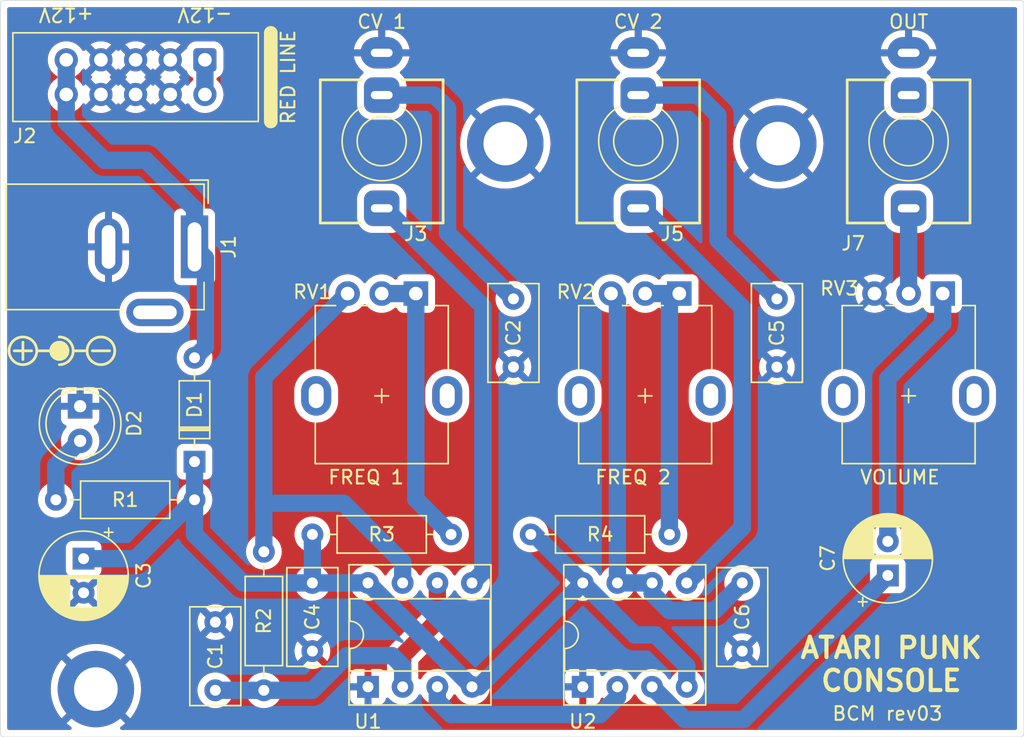
<source format=kicad_pcb>
(kicad_pcb (version 20211014) (generator pcbnew)
  (title_block (title "Atari Punk Console") (date "2022-11-02") (rev "r03"))
  (layers (0 "F.Cu" signal) (31 "B.Cu" signal) (36 "B.SilkS" user "B.Silkscreen") (37 "F.SilkS" user "F.Silkscreen") (38 "B.Mask" user) (39 "F.Mask" user) (44 "Edge.Cuts" user))
  (net 0 "")
  (net 1 "Net-(C1-Pad1)")
  (net 2 "GND")
  (net 3 "VCC")
  (net 4 "Net-(C5-Pad1)")
  (net 5 "Net-(C6-Pad1)")
  (net 6 "Net-(D1-Pad2)")
  (net 7 "Net-(D2-Pad2)")
  (net 8 "unconnected-(J2-Pad1)")
  (net 9 "Net-(C2-Pad1)")
  (net 10 "Net-(C7-Pad1)")
  (net 11 "Net-(R4-Pad2)")
  (net 12 "Net-(J5-PadT)")
  (net 13 "Net-(J3-PadT)")
  (net 14 "Net-(U1-Pad3)")
  (net 15 "Net-(R2-Pad2)")
  (net 16 "Net-(C7-Pad2)")
  (net 17 "Net-(J7-PadT)")
  (net 20 "Net-(R3-Pad2)")
  (footprint "rumblesan-standard-parts:C_Rect_L7.0mm_W3.5mm_P5.00mm" (layer "F.Cu") (at 133.096 56.388 -90)
    (fp_text reference "C2" (at 2.5 0 -90) (layer "F.SilkS"))
    (fp_text value "100nF")
    (pad "1" thru_hole circle (at 0 0 270) (size 1.6 1.6) (drill 0.8) (layers *.Cu *.Mask) (net 9 "Net-(C2-Pad1)"))
    (pad "2" thru_hole circle (at 5 0 270) (size 1.6 1.6) (drill 0.8) (layers *.Cu *.Mask) (net 2 "GND"))
  )
  (footprint "LED_THT:LED_D5.0mm" (layer "F.Cu") (at 101.346 64.262 -90)
    (fp_text reference "D2" (at 1.27 -3.96 90) (layer "F.SilkS"))
    (fp_text value "LED")
    (pad "1" thru_hole rect locked (at 0 0 270) (size 1.8 1.8) (drill 0.9) (layers *.Cu *.Mask) (net 2 "GND"))
    (pad "2" thru_hole circle locked (at 2.54 0 270) (size 1.8 1.8) (drill 0.9) (layers *.Cu *.Mask) (net 7 "Net-(D2-Pad2)"))
  )
  (footprint "rumblesan-standard-parts:CP_Radial_D6.3mm_P2.50mm" (layer "F.Cu") (at 101.6 75.438 -90)
    (fp_text reference "C3" (at 1.25 -4.4 -90) (layer "F.SilkS"))
    (fp_text value "1uF")
    (pad "1" thru_hole rect (at 0 0 270) (size 1.6 1.6) (drill 0.8) (layers *.Cu *.Mask) (net 3 "VCC"))
    (pad "2" thru_hole circle (at 2.5 0 270) (size 1.6 1.6) (drill 0.8) (layers *.Cu *.Mask) (net 2 "GND"))
  )
  (footprint "rumblesan-standard-parts:DIP-8_W7.62mm_Socket" (layer "F.Cu") (at 138.176 84.836 90)
    (fp_text reference "U2" (at -2.54 0 180) (layer "F.SilkS"))
    (fp_text value "LM555xN")
    (pad "1" thru_hole rect (at 0 0 90) (size 1.6 1.6) (drill 0.8) (layers *.Cu *.Mask) (net 2 "GND"))
    (pad "2" thru_hole oval (at 0 2.54 90) (size 1.6 1.6) (drill 0.8) (layers *.Cu *.Mask) (net 14 "Net-(U1-Pad3)"))
    (pad "3" thru_hole oval (at 0 5.08 90) (size 1.6 1.6) (drill 0.8) (layers *.Cu *.Mask) (net 10 "Net-(C7-Pad1)"))
    (pad "4" thru_hole oval (at 0 7.62 90) (size 1.6 1.6) (drill 0.8) (layers *.Cu *.Mask) (net 3 "VCC"))
    (pad "5" thru_hole oval (at 7.62 7.62 90) (size 1.6 1.6) (drill 0.8) (layers *.Cu *.Mask) (net 12 "Net-(J5-PadT)"))
    (pad "6" thru_hole oval (at 7.62 5.08 90) (size 1.6 1.6) (drill 0.8) (layers *.Cu *.Mask) (net 5 "Net-(C6-Pad1)"))
    (pad "7" thru_hole oval (at 7.62 2.54 90) (size 1.6 1.6) (drill 0.8) (layers *.Cu *.Mask) (net 5 "Net-(C6-Pad1)"))
    (pad "8" thru_hole oval (at 7.62 0 90) (size 1.6 1.6) (drill 0.8) (layers *.Cu *.Mask) (net 3 "VCC"))
  )
  (footprint "MountingHole:MountingHole_3.2mm_M3_DIN965_Pad" (layer "F.Cu") (at 132.5 45)
    (fp_text reference "H1" hide)
    (fp_text value "MountingHole_Pad" hide)
    (pad "1" thru_hole circle (at 0 0) (size 5.6 5.6) (drill 3.2) (layers *.Cu *.Mask) (net 2 "GND"))
  )
  (footprint "rumblesan-standard-parts:C_Rect_L7.0mm_W3.5mm_P5.00mm" (layer "F.Cu") (at 111.252 85.09 90)
    (fp_text reference "C1" (at 2.5 0 90) (layer "F.SilkS"))
    (fp_text value "10nF")
    (pad "1" thru_hole circle (at 0 0 90) (size 1.6 1.6) (drill 0.8) (layers *.Cu *.Mask) (net 1 "Net-(C1-Pad1)"))
    (pad "2" thru_hole circle (at 5 0 90) (size 1.6 1.6) (drill 0.8) (layers *.Cu *.Mask) (net 2 "GND"))
  )
  (footprint "rumblesan-standard-parts:R_Axial_DIN0207_L6.3mm_D2.5mm_P10.16mm_Horizontal" (layer "F.Cu") (at 109.728 71.12 180)
    (fp_text reference "R1" (at 5.08 0 180) (layer "F.SilkS"))
    (fp_text value "3k3")
    (pad "1" thru_hole circle (at 0 0 180) (size 1.6 1.6) (drill 0.8) (layers *.Cu *.Mask) (net 3 "VCC"))
    (pad "2" thru_hole oval (at 10.16 0 180) (size 1.6 1.6) (drill 0.8) (layers *.Cu *.Mask) (net 7 "Net-(D2-Pad2)"))
  )
  (footprint "rumblesan-standard-parts:D_DO-35_SOD27_P7.62mm_Horizontal" (layer "F.Cu") (at 109.728 68.326 90)
    (fp_text reference "D1" (at 4.1656 0 90) (layer "F.SilkS"))
    (fp_text value "1N5818")
    (pad "1" thru_hole rect (at 0 0 90) (size 1.6 1.6) (drill 0.8) (layers *.Cu *.Mask) (net 3 "VCC"))
    (pad "2" thru_hole oval (at 7.62 0 90) (size 1.6 1.6) (drill 0.8) (layers *.Cu *.Mask) (net 6 "Net-(D1-Pad2)"))
  )
  (footprint "eurorack-power:Eurorack_PowerHeader_2x05_P2.54mm_Bare" (layer "F.Cu") (at 110.49 38.862 -90)
    (fp_text reference "J2" (at 5.588 13.208) (layer "F.SilkS"))
    (fp_text value "Eurorack_Power_Small")
    (fp_text user "+12V" (at -3.302 10.16 180 unlocked) (layer "F.SilkS"))
    (fp_text user "RED LINE" (at 1.27 -6.096 90 unlocked) (layer "F.SilkS"))
    (fp_text user "-12V" (at -3.302 0 180 unlocked) (layer "F.SilkS"))
    (pad "1" thru_hole roundrect (at 0 0 270) (size 1.7 1.7) (drill 1) (layers *.Cu *.Mask) (roundrect_rratio 0.1470588235) (net 8 "unconnected-(J2-Pad1)"))
    (pad "2" thru_hole circle (at 2.54 0 270) (size 1.7 1.7) (drill 1) (layers *.Cu *.Mask) (net 8 "unconnected-(J2-Pad1)"))
    (pad "3" thru_hole circle (at 0 2.54 270) (size 1.7 1.7) (drill 1) (layers *.Cu *.Mask) (net 2 "GND"))
    (pad "4" thru_hole circle (at 2.54 2.54 270) (size 1.7 1.7) (drill 1) (layers *.Cu *.Mask) (net 2 "GND"))
    (pad "5" thru_hole circle (at 0 5.08 270) (size 1.7 1.7) (drill 1) (layers *.Cu *.Mask) (net 2 "GND"))
    (pad "6" thru_hole circle (at 2.54 5.08 270) (size 1.7 1.7) (drill 1) (layers *.Cu *.Mask) (net 2 "GND"))
    (pad "7" thru_hole circle (at 0 7.62 270) (size 1.7 1.7) (drill 1) (layers *.Cu *.Mask) (net 2 "GND"))
    (pad "8" thru_hole circle (at 2.54 7.62 270) (size 1.7 1.7) (drill 1) (layers *.Cu *.Mask) (net 2 "GND"))
    (pad "9" thru_hole circle (at 0 10.16 270) (size 1.7 1.7) (drill 1) (layers *.Cu *.Mask) (net 6 "Net-(D1-Pad2)"))
    (pad "10" thru_hole circle (at 2.54 10.16 270) (size 1.7 1.7) (drill 1) (layers *.Cu *.Mask) (net 6 "Net-(D1-Pad2)"))
  )
  (footprint "MountingHole:MountingHole_3.2mm_M3_DIN965_Pad" (layer "F.Cu") (at 102.5 85)
    (fp_text reference "H2" hide)
    (fp_text value "MountingHole_Pad" hide)
    (pad "1" thru_hole circle (at 0 0) (size 5.6 5.6) (drill 3.2) (layers *.Cu *.Mask) (net 2 "GND"))
  )
  (footprint "rumblesan-standard-parts:Potentiometer_Alpha_RD901F-40-00D_Single_Vertical" (layer "F.Cu") (at 162.052 63.5 180)
    (fp_text reference "RV3" (at 5.08 7.874 180) (layer "F.SilkS"))
    (fp_text value "100kA" hide)
    (pad "" thru_hole oval (at 4.8 0) (size 2.2 2.9) (drill oval 1.1 1.8) (layers *.Cu *.Mask))
    (pad "" thru_hole oval (at -4.8 0) (size 2.2 2.9) (drill oval 1.1 1.8) (layers *.Cu *.Mask))
    (pad "1" thru_hole rect (at -2.5 7.5) (size 1.8 1.8) (drill 1) (layers *.Cu *.Mask) (net 16 "Net-(C7-Pad2)"))
    (pad "2" thru_hole circle (at 0 7.5) (size 1.8 1.8) (drill 1) (layers *.Cu *.Mask) (net 17 "Net-(J7-PadT)"))
    (pad "3" thru_hole circle (at 2.5 7.5) (size 1.8 1.8) (drill 1) (layers *.Cu *.Mask) (net 2 "GND"))
  )
  (footprint "rumblesan-standard-parts:R_Axial_DIN0207_L6.3mm_D2.5mm_P10.16mm_Horizontal" (layer "F.Cu") (at 134.366 73.66)
    (fp_text reference "R4" (at 5.08 0) (layer "F.SilkS"))
    (fp_text value "1k")
    (pad "1" thru_hole circle (at 0 0) (size 1.6 1.6) (drill 0.8) (layers *.Cu *.Mask) (net 3 "VCC"))
    (pad "2" thru_hole oval (at 10.16 0) (size 1.6 1.6) (drill 0.8) (layers *.Cu *.Mask) (net 11 "Net-(R4-Pad2)"))
  )
  (footprint "rumblesan-standard-parts:CP_Radial_D6.3mm_P2.50mm" (layer "F.Cu") (at 160.528 76.668 90)
    (fp_text reference "C7" (at 1.25 -4.4 90) (layer "F.SilkS"))
    (fp_text value "10uF")
    (pad "1" thru_hole rect (at 0 0 90) (size 1.6 1.6) (drill 0.8) (layers *.Cu *.Mask) (net 10 "Net-(C7-Pad1)"))
    (pad "2" thru_hole circle (at 2.5 0 90) (size 1.6 1.6) (drill 0.8) (layers *.Cu *.Mask) (net 16 "Net-(C7-Pad2)"))
  )
  (footprint "rumblesan-standard-parts:Potentiometer_Alpha_RD901F-40-00D_Single_Vertical" (layer "F.Cu") (at 123.444 63.5 180)
    (fp_text reference "RV1" (at 5.08 7.62 180) (layer "F.SilkS"))
    (fp_text value "470kA" hide)
    (pad "" thru_hole oval (at -4.8 0) (size 2.2 2.9) (drill oval 1.1 1.8) (layers *.Cu *.Mask))
    (pad "" thru_hole oval (at 4.8 0) (size 2.2 2.9) (drill oval 1.1 1.8) (layers *.Cu *.Mask))
    (pad "1" thru_hole rect (at -2.5 7.5) (size 1.8 1.8) (drill 1) (layers *.Cu *.Mask) (net 20 "Net-(R3-Pad2)"))
    (pad "2" thru_hole circle (at 0 7.5) (size 1.8 1.8) (drill 1) (layers *.Cu *.Mask) (net 20 "Net-(R3-Pad2)"))
    (pad "3" thru_hole circle (at 2.5 7.5) (size 1.8 1.8) (drill 1) (layers *.Cu *.Mask) (net 15 "Net-(R2-Pad2)"))
  )
  (footprint "Connector_BarrelJack:BarrelJack_GCT_DCJ200-10-A_Horizontal" (layer "F.Cu") (at 109.728 52.578 -90)
    (fp_text reference "J1" (at 0 -2.5 -90) (layer "F.SilkS"))
    (fp_text value "Barrel_Jack_Switch" hide)
    (pad "1" thru_hole rect locked (at 0 0 270) (size 4.6 2) (drill oval 3.6 1) (layers *.Cu *.Mask) (net 6 "Net-(D1-Pad2)"))
    (pad "2" thru_hole oval locked (at 0 6.3 270) (size 4.2 2) (drill oval 3.2 1) (layers *.Cu *.Mask) (net 2 "GND"))
    (pad "3" thru_hole oval locked (at 4.8 2.9 270) (size 2 4.2) (drill oval 1 3.2) (layers *.Cu *.Mask))
  )
  (footprint "rumblesan-standard-parts:Potentiometer_Alpha_RD901F-40-00D_Single_Vertical" (layer "F.Cu") (at 142.748 63.5 180)
    (fp_text reference "RV2" (at 5.08 7.62 180) (layer "F.SilkS"))
    (fp_text value "470kA" hide)
    (pad "" thru_hole oval (at -4.8 0) (size 2.2 2.9) (drill oval 1.1 1.8) (layers *.Cu *.Mask))
    (pad "" thru_hole oval (at 4.8 0) (size 2.2 2.9) (drill oval 1.1 1.8) (layers *.Cu *.Mask))
    (pad "1" thru_hole rect (at -2.5 7.5) (size 1.8 1.8) (drill 1) (layers *.Cu *.Mask) (net 11 "Net-(R4-Pad2)"))
    (pad "2" thru_hole circle (at 0 7.5) (size 1.8 1.8) (drill 1) (layers *.Cu *.Mask) (net 11 "Net-(R4-Pad2)"))
    (pad "3" thru_hole circle (at 2.5 7.5) (size 1.8 1.8) (drill 1) (layers *.Cu *.Mask) (net 5 "Net-(C6-Pad1)"))
  )
  (footprint "MountingHole:MountingHole_3.2mm_M3_DIN965_Pad" (layer "F.Cu") (at 152.5 45)
    (fp_text reference "H3" hide)
    (fp_text value "MountingHole_Pad" hide)
    (pad "1" thru_hole circle (at 0 0) (size 5.6 5.6) (drill 3.2) (layers *.Cu *.Mask) (net 2 "GND"))
  )
  (footprint "rumblesan-standard-parts:C_Rect_L7.0mm_W3.5mm_P5.00mm" (layer "F.Cu") (at 149.86 77.216 -90)
    (fp_text reference "C6" (at 2.5 0 -90) (layer "F.SilkS"))
    (fp_text value "100nF")
    (pad "1" thru_hole circle (at 0 0 270) (size 1.6 1.6) (drill 0.8) (layers *.Cu *.Mask) (net 5 "Net-(C6-Pad1)"))
    (pad "2" thru_hole circle (at 5 0 270) (size 1.6 1.6) (drill 0.8) (layers *.Cu *.Mask) (net 2 "GND"))
  )
  (footprint "rumblesan-standard-parts:Jack_3.5mm_QingPu_WQP-PJ398SM_Vertical" (layer "F.Cu") (at 123.444 44.828 180)
    (fp_text reference "J3" (at -2.5 -6.8 180) (layer "F.SilkS"))
    (fp_text value "CV1")
    (pad "S" thru_hole oval (at 0 6.48 180) (size 3.1 2.3) (drill oval 1.6 0.6) (layers *.Cu *.Mask) (net 2 "GND"))
    (pad "T" thru_hole roundrect (at 0 -4.92 180) (size 2.6 2.6) (drill oval 1.6 0.6) (layers *.Cu *.Mask) (net 13 "Net-(J3-PadT)"))
    (pad "TN" thru_hole roundrect (at 0 3.38 180) (size 2.6 2.6) (drill oval 1.6 0.6) (layers *.Cu *.Mask) (net 9 "Net-(C2-Pad1)"))
  )
  (footprint "rumblesan-standard-parts:R_Axial_DIN0207_L6.3mm_D2.5mm_P10.16mm_Horizontal" (layer "F.Cu") (at 114.808 85.09 90)
    (fp_text reference "R2" (at 5.08 0 90) (layer "F.SilkS"))
    (fp_text value "1k")
    (pad "1" thru_hole circle (at 0 0 90) (size 1.6 1.6) (drill 0.8) (layers *.Cu *.Mask) (net 1 "Net-(C1-Pad1)"))
    (pad "2" thru_hole oval (at 10.16 0 90) (size 1.6 1.6) (drill 0.8) (layers *.Cu *.Mask) (net 15 "Net-(R2-Pad2)"))
  )
  (footprint "rumblesan-standard-parts:C_Rect_L7.0mm_W3.5mm_P5.00mm" (layer "F.Cu") (at 118.364 77.216 -90)
    (fp_text reference "C4" (at 2.5 0 -90) (layer "F.SilkS"))
    (fp_text value "100nF")
    (pad "1" thru_hole circle (at 0 0 270) (size 1.6 1.6) (drill 0.8) (layers *.Cu *.Mask) (net 3 "VCC"))
    (pad "2" thru_hole circle (at 5 0 270) (size 1.6 1.6) (drill 0.8) (layers *.Cu *.Mask) (net 2 "GND"))
  )
  (footprint "rumblesan-standard-parts:Jack_3.5mm_QingPu_WQP-PJ398SM_Vertical" (layer "F.Cu") (at 142.24 44.828 180)
    (fp_text reference "J5" (at -2.5 -6.8 180) (layer "F.SilkS"))
    (fp_text value "CV2")
    (pad "S" thru_hole oval (at 0 6.48 180) (size 3.1 2.3) (drill oval 1.6 0.6) (layers *.Cu *.Mask) (net 2 "GND"))
    (pad "T" thru_hole roundrect (at 0 -4.92 180) (size 2.6 2.6) (drill oval 1.6 0.6) (layers *.Cu *.Mask) (net 12 "Net-(J5-PadT)"))
    (pad "TN" thru_hole roundrect (at 0 3.38 180) (size 2.6 2.6) (drill oval 1.6 0.6) (layers *.Cu *.Mask) (net 4 "Net-(C5-Pad1)"))
  )
  (footprint "rumblesan-standard-parts:C_Rect_L7.0mm_W3.5mm_P5.00mm" (layer "F.Cu") (at 152.4 56.388 -90)
    (fp_text reference "C5" (at 2.5 0 -90) (layer "F.SilkS"))
    (fp_text value "100nF")
    (pad "1" thru_hole circle (at 0 0 270) (size 1.6 1.6) (drill 0.8) (layers *.Cu *.Mask) (net 4 "Net-(C5-Pad1)"))
    (pad "2" thru_hole circle (at 5 0 270) (size 1.6 1.6) (drill 0.8) (layers *.Cu *.Mask) (net 2 "GND"))
  )
  (footprint "rumblesan-standard-parts:R_Axial_DIN0207_L6.3mm_D2.5mm_P10.16mm_Horizontal" (layer "F.Cu") (at 118.364 73.66)
    (fp_text reference "R3" (at 5.08 0) (layer "F.SilkS"))
    (fp_text value "1k")
    (pad "1" thru_hole circle (at 0 0) (size 1.6 1.6) (drill 0.8) (layers *.Cu *.Mask) (net 3 "VCC"))
    (pad "2" thru_hole oval (at 10.16 0) (size 1.6 1.6) (drill 0.8) (layers *.Cu *.Mask) (net 20 "Net-(R3-Pad2)"))
  )
  (footprint "rumblesan-standard-parts:DIP-8_W7.62mm_Socket" (layer "F.Cu") (at 122.438 84.836 90)
    (fp_text reference "U1" (at -2.54 0 180) (layer "F.SilkS"))
    (fp_text value "LM555xN")
    (pad "1" thru_hole rect (at 0 0 90) (size 1.6 1.6) (drill 0.8) (layers *.Cu *.Mask) (net 2 "GND"))
    (pad "2" thru_hole oval (at 0 2.54 90) (size 1.6 1.6) (drill 0.8) (layers *.Cu *.Mask) (net 1 "Net-(C1-Pad1)"))
    (pad "3" thru_hole oval (at 0 5.08 90) (size 1.6 1.6) (drill 0.8) (layers *.Cu *.Mask) (net 14 "Net-(U1-Pad3)"))
    (pad "4" thru_hole oval (at 0 7.62 90) (size 1.6 1.6) (drill 0.8) (layers *.Cu *.Mask) (net 3 "VCC"))
    (pad "5" thru_hole oval (at 7.62 7.62 90) (size 1.6 1.6) (drill 0.8) (layers *.Cu *.Mask) (net 13 "Net-(J3-PadT)"))
    (pad "6" thru_hole oval (at 7.62 5.08 90) (size 1.6 1.6) (drill 0.8) (layers *.Cu *.Mask) (net 1 "Net-(C1-Pad1)"))
    (pad "7" thru_hole oval (at 7.62 2.54 90) (size 1.6 1.6) (drill 0.8) (layers *.Cu *.Mask) (net 15 "Net-(R2-Pad2)"))
    (pad "8" thru_hole oval (at 7.62 0 90) (size 1.6 1.6) (drill 0.8) (layers *.Cu *.Mask) (net 3 "VCC"))
  )
  (footprint "rumblesan-standard-parts:Jack_3.5mm_QingPu_WQP-PJ398SM_Vertical" (layer "F.Cu") (at 162.052 44.828 180)
    (fp_text reference "J7" (at 4.064 -7.496 180) (layer "F.SilkS"))
    (fp_text value "AUDIO_OUT")
    (pad "S" thru_hole oval (at 0 6.48 180) (size 3.1 2.3) (drill oval 1.6 0.6) (layers *.Cu *.Mask) (net 2 "GND"))
    (pad "T" thru_hole roundrect (at 0 -4.92 180) (size 2.6 2.6) (drill oval 1.6 0.6) (layers *.Cu *.Mask) (net 17 "Net-(J7-PadT)"))
    (pad "TN" thru_hole roundrect (at 0 3.38 180) (size 2.6 2.6) (drill oval 1.6 0.6) (layers *.Cu *.Mask))
  )
  (gr_line (start 101.854 60.198) (end 100.838 60.198) (layer "F.SilkS") (width 0.2))
  (gr_line (start 97.155 60.833) (end 97.155 59.563) (layer "F.SilkS") (width 0.2))
  (gr_circle (center 97.155 60.198) (end 97.155 59.182) (layer "F.SilkS") (width 0.2) (fill none))
  (gr_line (start 102.235 60.198) (end 103.505 60.198) (layer "F.SilkS") (width 0.2))
  (gr_arc (start 99.822 59.182) (mid 100.838 60.198) (end 99.822 61.214) (layer "F.SilkS") (width 0.2))
  (gr_circle (center 99.822 60.198) (end 99.822 59.563) (layer "F.SilkS") (width 0.2) (fill solid))
  (gr_circle (center 102.87 60.198) (end 102.87 59.182) (layer "F.SilkS") (width 0.2) (fill none))
  (gr_line (start 96.52 60.198) (end 97.79 60.198) (layer "F.SilkS") (width 0.2))
  (gr_line (start 99.187 60.198) (end 98.171 60.198) (layer "F.SilkS") (width 0.2))
  (gr_arc (start 95.75 88.5) (mid 95.573223 88.426777) (end 95.5 88.25) (layer "Edge.Cuts") (width 0.05))
  (gr_arc (start 170.25 34.5) (mid 170.426777 34.573223) (end 170.5 34.75) (layer "Edge.Cuts") (width 0.05))
  (gr_line (start 95.5 34.75) (end 95.5 88.25) (layer "Edge.Cuts") (width 0.05))
  (gr_line (start 95.75 88.5) (end 170.25 88.5) (layer "Edge.Cuts") (width 0.05))
  (gr_line (start 170.5 88.25) (end 170.5 34.75) (layer "Edge.Cuts") (width 0.05))
  (gr_arc (start 95.5 34.75) (mid 95.573223 34.573223) (end 95.75 34.5) (layer "Edge.Cuts") (width 0.05))
  (gr_arc (start 170.5 88.25) (mid 170.426777 88.426777) (end 170.25 88.5) (layer "Edge.Cuts") (width 0.05))
  (gr_line (start 170.25 34.5) (end 95.75 34.5) (layer "Edge.Cuts") (width 0.05))
  (gr_text "CV 1" (at 123.444 36.068) (layer "F.SilkS") (effects (font (size 1 1))))
  (gr_text "ATARI PUNK\nCONSOLE" (at 160.782 83.185) (layer "F.SilkS") (effects (font (size 1.5 1.5) (thickness 0.3))))
  (gr_text "FREQ 2" (at 141.859 69.469) (layer "F.SilkS") (effects (font (size 1 1))))
  (gr_text "CV 2" (at 142.24 36.068) (layer "F.SilkS") (effects (font (size 1 1))))
  (gr_text "FREQ 1" (at 122.301 69.469) (layer "F.SilkS") (effects (font (size 1 1))))
  (gr_text "VOLUME" (at 161.417 69.469) (layer "F.SilkS") (effects (font (size 1 1))))
  (gr_text "OUT" (at 162.052 36.068) (layer "F.SilkS") (effects (font (size 1 1))))
  (gr_text "BCM rev03" (at 160.5 86.8) (layer "F.SilkS") (effects (font (size 1 1))))
  (segment (start 124.978 84.836) (end 124.978 82.54) (width 1.27) (layer "F.Cu") (net 1))
  (segment (start 124.978 82.54) (end 127.518 80) (width 1.27) (layer "F.Cu") (net 1))
  (segment (start 127.518 80) (end 127.518 77.216) (width 1.27) (layer "F.Cu") (net 1))
  (segment (start 118.364 85.09) (end 120.904 82.55) (width 1.27) (layer "B.Cu") (net 1))
  (segment (start 124.978 83.322) (end 124.978 84.836) (width 1.27) (layer "B.Cu") (net 1))
  (segment (start 120.904 82.55) (end 124.206 82.55) (width 1.27) (layer "B.Cu") (net 1))
  (segment (start 114.808 85.09) (end 118.364 85.09) (width 1.27) (layer "B.Cu") (net 1))
  (segment (start 124.206 82.55) (end 124.978 83.322) (width 1.27) (layer "B.Cu") (net 1))
  (segment (start 111.252 85.09) (end 114.808 85.09) (width 1.27) (layer "B.Cu") (net 1))
  (segment (start 134.366 73.66) (end 134.62 73.66) (width 1.27) (layer "B.Cu") (net 3))
  (segment (start 130.556 84.836) (end 138.176 77.216) (width 1.27) (layer "B.Cu") (net 3))
  (segment (start 109.728 68.326) (end 109.728 71.12) (width 1.27) (layer "B.Cu") (net 3))
  (segment (start 105.41 75.438) (end 109.728 71.12) (width 1.27) (layer "B.Cu") (net 3))
  (segment (start 141.986 81.026) (end 143.51 81.026) (width 1.27) (layer "B.Cu") (net 3))
  (segment (start 143.51 81.026) (end 145.796 83.312) (width 1.27) (layer "B.Cu") (net 3))
  (segment (start 145.796 83.312) (end 145.796 84.836) (width 1.27) (layer "B.Cu") (net 3))
  (segment (start 101.6 75.438) (end 105.41 75.438) (width 1.27) (layer "B.Cu") (net 3))
  (segment (start 113.284 77.216) (end 118.364 77.216) (width 1.27) (layer "B.Cu") (net 3))
  (segment (start 134.62 73.66) (end 138.176 77.216) (width 1.27) (layer "B.Cu") (net 3))
  (segment (start 118.364 77.216) (end 122.438 77.216) (width 1.27) (layer "B.Cu") (net 3))
  (segment (start 109.728 71.12) (end 109.728 73.66) (width 1.27) (layer "B.Cu") (net 3))
  (segment (start 130.058 84.836) (end 130.556 84.836) (width 1.27) (layer "B.Cu") (net 3))
  (segment (start 109.728 73.66) (end 113.284 77.216) (width 1.27) (layer "B.Cu") (net 3))
  (segment (start 122.438 77.216) (end 130.058 84.836) (width 1.27) (layer "B.Cu") (net 3))
  (segment (start 118.364 77.216) (end 118.364 73.66) (width 1.27) (layer "B.Cu") (net 3))
  (segment (start 138.176 77.216) (end 141.986 81.026) (width 1.27) (layer "B.Cu") (net 3))
  (segment (start 142.24 41.448) (end 146.604 41.448) (width 1.27) (layer "B.Cu") (net 4))
  (segment (start 148.082 42.926) (end 148.082 52.07) (width 1.27) (layer "B.Cu") (net 4))
  (segment (start 148.082 52.07) (end 152.4 56.388) (width 1.27) (layer "B.Cu") (net 4))
  (segment (start 146.604 41.448) (end 148.082 42.926) (width 1.27) (layer "B.Cu") (net 4))
  (segment (start 140.716 77.216) (end 143.256 77.216) (width 1.27) (layer "B.Cu") (net 5))
  (segment (start 140.716 77.216) (end 140.716 56.468) (width 1.27) (layer "B.Cu") (net 5))
  (segment (start 144.526 79.248) (end 147.828 79.248) (width 1.27) (layer "B.Cu") (net 5))
  (segment (start 140.716 56.468) (end 140.248 56) (width 1.27) (layer "B.Cu") (net 5))
  (segment (start 143.256 77.216) (end 143.256 77.978) (width 1.27) (layer "B.Cu") (net 5))
  (segment (start 143.256 77.978) (end 144.526 79.248) (width 1.27) (layer "B.Cu") (net 5))
  (segment (start 147.828 79.248) (end 149.86 77.216) (width 1.27) (layer "B.Cu") (net 5))
  (segment (start 106.172 46.228) (end 109.728 49.784) (width 1.27) (layer "B.Cu") (net 6))
  (segment (start 110.527999 53.377999) (end 110.527999 59.906001) (width 1.27) (layer "B.Cu") (net 6))
  (segment (start 109.728 49.784) (end 109.728 52.578) (width 1.27) (layer "B.Cu") (net 6))
  (segment (start 100.33 41.402) (end 100.33 43.434) (width 1.27) (layer "B.Cu") (net 6))
  (segment (start 110.527999 59.906001) (end 109.728 60.706) (width 1.27) (layer "B.Cu") (net 6))
  (segment (start 109.728 52.578) (end 110.527999 53.377999) (width 1.27) (layer "B.Cu") (net 6))
  (segment (start 103.124 46.228) (end 106.172 46.228) (width 1.27) (layer "B.Cu") (net 6))
  (segment (start 100.33 38.862) (end 100.33 41.402) (width 1.27) (layer "B.Cu") (net 6))
  (segment (start 100.33 43.434) (end 103.124 46.228) (width 1.27) (layer "B.Cu") (net 6))
  (segment (start 99.568 71.12) (end 99.568 68.58) (width 1.27) (layer "B.Cu") (net 7))
  (segment (start 99.568 68.58) (end 101.346 66.802) (width 1.27) (layer "B.Cu") (net 7))
  (segment (start 110.49 38.862) (end 110.49 41.402) (width 1.27) (layer "B.Cu") (net 8))
  (segment (start 128.27 51.562) (end 133.096 56.388) (width 1.27) (layer "B.Cu") (net 9))
  (segment (start 128.27 42.418) (end 128.27 51.562) (width 1.27) (layer "B.Cu") (net 9))
  (segment (start 123.444 41.448) (end 127.3 41.448) (width 1.27) (layer "B.Cu") (net 9))
  (segment (start 127.3 41.448) (end 128.27 42.418) (width 1.27) (layer "B.Cu") (net 9))
  (segment (start 143.256 84.836) (end 145.649412 87.229412) (width 1.27) (layer "B.Cu") (net 10))
  (segment (start 149.966588 87.229412) (end 160.528 76.668) (width 1.27) (layer "B.Cu") (net 10))
  (segment (start 145.649412 87.229412) (end 149.966588 87.229412) (width 1.27) (layer "B.Cu") (net 10))
  (segment (start 144.526 73.66) (end 144.526 56.12) (width 1.27) (layer "B.Cu") (net 11))
  (segment (start 144.406 56) (end 145.248 56) (width 1.27) (layer "B.Cu") (net 11))
  (segment (start 144.526 56.12) (end 144.406 56) (width 1.27) (layer "B.Cu") (net 11))
  (segment (start 142.748 56) (end 144.406 56) (width 1.27) (layer "B.Cu") (net 11))
  (segment (start 149.86 57.034) (end 142.574 49.748) (width 1.27) (layer "B.Cu") (net 12))
  (segment (start 149.86 73.152) (end 149.86 57.034) (width 1.27) (layer "B.Cu") (net 12))
  (segment (start 145.796 77.216) (end 149.86 73.152) (width 1.27) (layer "B.Cu") (net 12))
  (segment (start 142.574 49.748) (end 142.24 49.748) (width 1.27) (layer "B.Cu") (net 12))
  (segment (start 123.444 49.748) (end 123.662 49.748) (width 1.27) (layer "B.Cu") (net 13))
  (segment (start 130.857999 56.943999) (end 130.857999 76.416001) (width 1.27) (layer "B.Cu") (net 13))
  (segment (start 130.857999 76.416001) (end 130.058 77.216) (width 1.27) (layer "B.Cu") (net 13))
  (segment (start 123.662 49.748) (end 130.857999 56.943999) (width 1.27) (layer "B.Cu") (net 13))
  (segment (start 139.446 86.868) (end 140.716 85.598) (width 1.27) (layer "B.Cu") (net 14))
  (segment (start 128.524 86.868) (end 139.446 86.868) (width 1.27) (layer "B.Cu") (net 14))
  (segment (start 127.518 85.862) (end 128.524 86.868) (width 1.27) (layer "B.Cu") (net 14))
  (segment (start 140.716 85.598) (end 140.716 84.836) (width 1.27) (layer "B.Cu") (net 14))
  (segment (start 127.518 84.836) (end 127.518 85.862) (width 1.27) (layer "B.Cu") (net 14))
  (segment (start 114.808 62.136) (end 120.944 56) (width 1.27) (layer "B.Cu") (net 15))
  (segment (start 124.978 77.216) (end 124.978 75.702) (width 1.27) (layer "B.Cu") (net 15))
  (segment (start 114.808 71.374) (end 114.808 62.136) (width 1.27) (layer "B.Cu") (net 15))
  (segment (start 120.65 71.374) (end 114.808 71.374) (width 1.27) (layer "B.Cu") (net 15))
  (segment (start 114.808 74.93) (end 114.808 71.374) (width 1.27) (layer "B.Cu") (net 15))
  (segment (start 124.978 75.702) (end 120.65 71.374) (width 1.27) (layer "B.Cu") (net 15))
  (segment (start 160.528 62.23) (end 160.528 74.168) (width 1.27) (layer "B.Cu") (net 16))
  (segment (start 164.552 56) (end 164.552 58.206) (width 1.27) (layer "B.Cu") (net 16))
  (segment (start 164.552 58.206) (end 160.528 62.23) (width 1.27) (layer "B.Cu") (net 16))
  (segment (start 162.052 56) (end 162.052 49.748) (width 1.27) (layer "B.Cu") (net 17))
  (segment (start 125.944 71.08) (end 128.524 73.66) (width 1.27) (layer "B.Cu") (net 20))
  (segment (start 123.444 56) (end 125.944 56) (width 1.27) (layer "B.Cu") (net 20))
  (segment (start 125.944 56) (end 125.944 71.08) (width 1.27) (layer "B.Cu") (net 20))
  (zone (net 2) (net_name "GND") (layers F&B.Cu) (connect_pads (clearance 0.508)) (min_thickness 0.254) (fill yes (thermal_gap 0.508) (thermal_bridge_width 0.508))
    (polygon (pts (xy 170.5 88.5) (xy 95.5 88.5) (xy 95.5 34.5) (xy 170.5 34.5)))
  )
)
</source>
